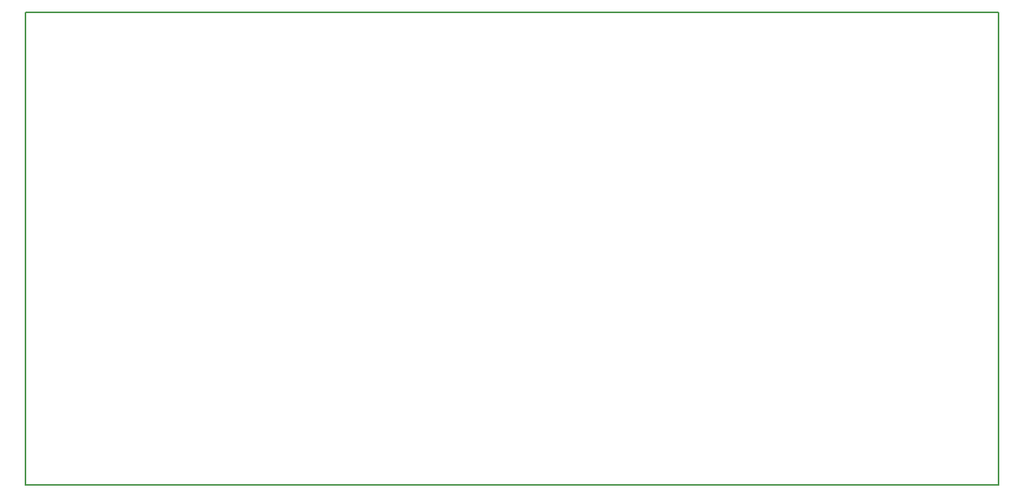
<source format=gko>
G04 Layer_Color=16711935*
%FSLAX44Y44*%
%MOMM*%
G71*
G01*
G75*
%ADD41C,0.2000*%
%ADD71C,0.2032*%
D41*
X-1017000Y-35000D02*
Y484000D01*
D71*
Y-35000D02*
X50800D01*
X-1017000Y484000D02*
X50800D01*
Y-35000D02*
Y484000D01*
M02*

</source>
